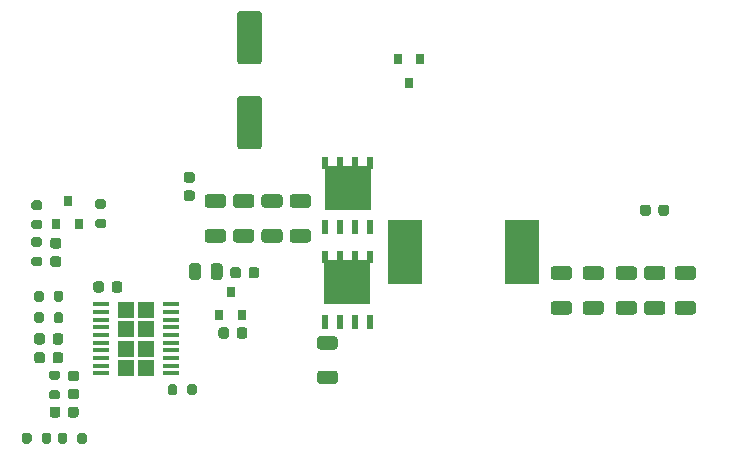
<source format=gbr>
%TF.GenerationSoftware,KiCad,Pcbnew,(5.1.8)-1*%
%TF.CreationDate,2022-03-13T17:16:43-07:00*%
%TF.ProjectId,lm5116_synchronous_buck,6c6d3531-3136-45f7-9379-6e6368726f6e,rev?*%
%TF.SameCoordinates,Original*%
%TF.FileFunction,Paste,Top*%
%TF.FilePolarity,Positive*%
%FSLAX46Y46*%
G04 Gerber Fmt 4.6, Leading zero omitted, Abs format (unit mm)*
G04 Created by KiCad (PCBNEW (5.1.8)-1) date 2022-03-13 17:16:43*
%MOMM*%
%LPD*%
G01*
G04 APERTURE LIST*
%ADD10R,0.800000X0.900000*%
%ADD11R,1.400000X1.325000*%
%ADD12R,1.450000X0.450000*%
%ADD13R,3.910000X3.810000*%
%ADD14R,0.610000X1.020000*%
%ADD15R,0.610000X1.270000*%
%ADD16R,2.900000X5.400000*%
G04 APERTURE END LIST*
%TO.C,C10*%
G36*
G01*
X132249999Y-90050000D02*
X133550001Y-90050000D01*
G75*
G02*
X133800000Y-90299999I0J-249999D01*
G01*
X133800000Y-90950001D01*
G75*
G02*
X133550001Y-91200000I-249999J0D01*
G01*
X132249999Y-91200000D01*
G75*
G02*
X132000000Y-90950001I0J249999D01*
G01*
X132000000Y-90299999D01*
G75*
G02*
X132249999Y-90050000I249999J0D01*
G01*
G37*
G36*
G01*
X132249999Y-93000000D02*
X133550001Y-93000000D01*
G75*
G02*
X133800000Y-93249999I0J-249999D01*
G01*
X133800000Y-93900001D01*
G75*
G02*
X133550001Y-94150000I-249999J0D01*
G01*
X132249999Y-94150000D01*
G75*
G02*
X132000000Y-93900001I0J249999D01*
G01*
X132000000Y-93249999D01*
G75*
G02*
X132249999Y-93000000I249999J0D01*
G01*
G37*
%TD*%
%TO.C,C9*%
G36*
G01*
X137049999Y-93000000D02*
X138350001Y-93000000D01*
G75*
G02*
X138600000Y-93249999I0J-249999D01*
G01*
X138600000Y-93900001D01*
G75*
G02*
X138350001Y-94150000I-249999J0D01*
G01*
X137049999Y-94150000D01*
G75*
G02*
X136800000Y-93900001I0J249999D01*
G01*
X136800000Y-93249999D01*
G75*
G02*
X137049999Y-93000000I249999J0D01*
G01*
G37*
G36*
G01*
X137049999Y-90050000D02*
X138350001Y-90050000D01*
G75*
G02*
X138600000Y-90299999I0J-249999D01*
G01*
X138600000Y-90950001D01*
G75*
G02*
X138350001Y-91200000I-249999J0D01*
G01*
X137049999Y-91200000D01*
G75*
G02*
X136800000Y-90950001I0J249999D01*
G01*
X136800000Y-90299999D01*
G75*
G02*
X137049999Y-90050000I249999J0D01*
G01*
G37*
%TD*%
%TO.C,C8*%
G36*
G01*
X139449999Y-93000000D02*
X140750001Y-93000000D01*
G75*
G02*
X141000000Y-93249999I0J-249999D01*
G01*
X141000000Y-93900001D01*
G75*
G02*
X140750001Y-94150000I-249999J0D01*
G01*
X139449999Y-94150000D01*
G75*
G02*
X139200000Y-93900001I0J249999D01*
G01*
X139200000Y-93249999D01*
G75*
G02*
X139449999Y-93000000I249999J0D01*
G01*
G37*
G36*
G01*
X139449999Y-90050000D02*
X140750001Y-90050000D01*
G75*
G02*
X141000000Y-90299999I0J-249999D01*
G01*
X141000000Y-90950001D01*
G75*
G02*
X140750001Y-91200000I-249999J0D01*
G01*
X139449999Y-91200000D01*
G75*
G02*
X139200000Y-90950001I0J249999D01*
G01*
X139200000Y-90299999D01*
G75*
G02*
X139449999Y-90050000I249999J0D01*
G01*
G37*
%TD*%
%TO.C,C7*%
G36*
G01*
X134649999Y-93000000D02*
X135950001Y-93000000D01*
G75*
G02*
X136200000Y-93249999I0J-249999D01*
G01*
X136200000Y-93900001D01*
G75*
G02*
X135950001Y-94150000I-249999J0D01*
G01*
X134649999Y-94150000D01*
G75*
G02*
X134400000Y-93900001I0J249999D01*
G01*
X134400000Y-93249999D01*
G75*
G02*
X134649999Y-93000000I249999J0D01*
G01*
G37*
G36*
G01*
X134649999Y-90050000D02*
X135950001Y-90050000D01*
G75*
G02*
X136200000Y-90299999I0J-249999D01*
G01*
X136200000Y-90950001D01*
G75*
G02*
X135950001Y-91200000I-249999J0D01*
G01*
X134649999Y-91200000D01*
G75*
G02*
X134400000Y-90950001I0J249999D01*
G01*
X134400000Y-90299999D01*
G75*
G02*
X134649999Y-90050000I249999J0D01*
G01*
G37*
%TD*%
%TO.C,C4*%
G36*
G01*
X136600001Y-79050000D02*
X134999999Y-79050000D01*
G75*
G02*
X134750000Y-78800001I0J249999D01*
G01*
X134750000Y-74799999D01*
G75*
G02*
X134999999Y-74550000I249999J0D01*
G01*
X136600001Y-74550000D01*
G75*
G02*
X136850000Y-74799999I0J-249999D01*
G01*
X136850000Y-78800001D01*
G75*
G02*
X136600001Y-79050000I-249999J0D01*
G01*
G37*
G36*
G01*
X136600001Y-86250000D02*
X134999999Y-86250000D01*
G75*
G02*
X134750000Y-86000001I0J249999D01*
G01*
X134750000Y-81999999D01*
G75*
G02*
X134999999Y-81750000I249999J0D01*
G01*
X136600001Y-81750000D01*
G75*
G02*
X136850000Y-81999999I0J-249999D01*
G01*
X136850000Y-86000001D01*
G75*
G02*
X136600001Y-86250000I-249999J0D01*
G01*
G37*
%TD*%
D10*
%TO.C,D3*%
X149300000Y-80600000D03*
X148350000Y-78600000D03*
X150250000Y-78600000D03*
%TD*%
%TO.C,C20*%
G36*
G01*
X170425000Y-91650000D02*
X170425000Y-91150000D01*
G75*
G02*
X170650000Y-90925000I225000J0D01*
G01*
X171100000Y-90925000D01*
G75*
G02*
X171325000Y-91150000I0J-225000D01*
G01*
X171325000Y-91650000D01*
G75*
G02*
X171100000Y-91875000I-225000J0D01*
G01*
X170650000Y-91875000D01*
G75*
G02*
X170425000Y-91650000I0J225000D01*
G01*
G37*
G36*
G01*
X168875000Y-91650000D02*
X168875000Y-91150000D01*
G75*
G02*
X169100000Y-90925000I225000J0D01*
G01*
X169550000Y-90925000D01*
G75*
G02*
X169775000Y-91150000I0J-225000D01*
G01*
X169775000Y-91650000D01*
G75*
G02*
X169550000Y-91875000I-225000J0D01*
G01*
X169100000Y-91875000D01*
G75*
G02*
X168875000Y-91650000I0J225000D01*
G01*
G37*
%TD*%
%TO.C,C12*%
G36*
G01*
X130950000Y-89075000D02*
X130450000Y-89075000D01*
G75*
G02*
X130225000Y-88850000I0J225000D01*
G01*
X130225000Y-88400000D01*
G75*
G02*
X130450000Y-88175000I225000J0D01*
G01*
X130950000Y-88175000D01*
G75*
G02*
X131175000Y-88400000I0J-225000D01*
G01*
X131175000Y-88850000D01*
G75*
G02*
X130950000Y-89075000I-225000J0D01*
G01*
G37*
G36*
G01*
X130950000Y-90625000D02*
X130450000Y-90625000D01*
G75*
G02*
X130225000Y-90400000I0J225000D01*
G01*
X130225000Y-89950000D01*
G75*
G02*
X130450000Y-89725000I225000J0D01*
G01*
X130950000Y-89725000D01*
G75*
G02*
X131175000Y-89950000I0J-225000D01*
G01*
X131175000Y-90400000D01*
G75*
G02*
X130950000Y-90625000I-225000J0D01*
G01*
G37*
%TD*%
%TO.C,C3*%
G36*
G01*
X121150000Y-105875000D02*
X120650000Y-105875000D01*
G75*
G02*
X120425000Y-105650000I0J225000D01*
G01*
X120425000Y-105200000D01*
G75*
G02*
X120650000Y-104975000I225000J0D01*
G01*
X121150000Y-104975000D01*
G75*
G02*
X121375000Y-105200000I0J-225000D01*
G01*
X121375000Y-105650000D01*
G75*
G02*
X121150000Y-105875000I-225000J0D01*
G01*
G37*
G36*
G01*
X121150000Y-107425000D02*
X120650000Y-107425000D01*
G75*
G02*
X120425000Y-107200000I0J225000D01*
G01*
X120425000Y-106750000D01*
G75*
G02*
X120650000Y-106525000I225000J0D01*
G01*
X121150000Y-106525000D01*
G75*
G02*
X121375000Y-106750000I0J-225000D01*
G01*
X121375000Y-107200000D01*
G75*
G02*
X121150000Y-107425000I-225000J0D01*
G01*
G37*
%TD*%
%TO.C,C11*%
G36*
G01*
X135725000Y-96950000D02*
X135725000Y-96450000D01*
G75*
G02*
X135950000Y-96225000I225000J0D01*
G01*
X136400000Y-96225000D01*
G75*
G02*
X136625000Y-96450000I0J-225000D01*
G01*
X136625000Y-96950000D01*
G75*
G02*
X136400000Y-97175000I-225000J0D01*
G01*
X135950000Y-97175000D01*
G75*
G02*
X135725000Y-96950000I0J225000D01*
G01*
G37*
G36*
G01*
X134175000Y-96950000D02*
X134175000Y-96450000D01*
G75*
G02*
X134400000Y-96225000I225000J0D01*
G01*
X134850000Y-96225000D01*
G75*
G02*
X135075000Y-96450000I0J-225000D01*
G01*
X135075000Y-96950000D01*
G75*
G02*
X134850000Y-97175000I-225000J0D01*
G01*
X134400000Y-97175000D01*
G75*
G02*
X134175000Y-96950000I0J225000D01*
G01*
G37*
%TD*%
%TO.C,C1*%
G36*
G01*
X119150000Y-95300000D02*
X119650000Y-95300000D01*
G75*
G02*
X119875000Y-95525000I0J-225000D01*
G01*
X119875000Y-95975000D01*
G75*
G02*
X119650000Y-96200000I-225000J0D01*
G01*
X119150000Y-96200000D01*
G75*
G02*
X118925000Y-95975000I0J225000D01*
G01*
X118925000Y-95525000D01*
G75*
G02*
X119150000Y-95300000I225000J0D01*
G01*
G37*
G36*
G01*
X119150000Y-93750000D02*
X119650000Y-93750000D01*
G75*
G02*
X119875000Y-93975000I0J-225000D01*
G01*
X119875000Y-94425000D01*
G75*
G02*
X119650000Y-94650000I-225000J0D01*
G01*
X119150000Y-94650000D01*
G75*
G02*
X118925000Y-94425000I0J225000D01*
G01*
X118925000Y-93975000D01*
G75*
G02*
X119150000Y-93750000I225000J0D01*
G01*
G37*
%TD*%
%TO.C,C6*%
G36*
G01*
X118475000Y-103650000D02*
X118475000Y-104150000D01*
G75*
G02*
X118250000Y-104375000I-225000J0D01*
G01*
X117800000Y-104375000D01*
G75*
G02*
X117575000Y-104150000I0J225000D01*
G01*
X117575000Y-103650000D01*
G75*
G02*
X117800000Y-103425000I225000J0D01*
G01*
X118250000Y-103425000D01*
G75*
G02*
X118475000Y-103650000I0J-225000D01*
G01*
G37*
G36*
G01*
X120025000Y-103650000D02*
X120025000Y-104150000D01*
G75*
G02*
X119800000Y-104375000I-225000J0D01*
G01*
X119350000Y-104375000D01*
G75*
G02*
X119125000Y-104150000I0J225000D01*
G01*
X119125000Y-103650000D01*
G75*
G02*
X119350000Y-103425000I225000J0D01*
G01*
X119800000Y-103425000D01*
G75*
G02*
X120025000Y-103650000I0J-225000D01*
G01*
G37*
%TD*%
%TO.C,R1*%
G36*
G01*
X117525000Y-92225000D02*
X118075000Y-92225000D01*
G75*
G02*
X118275000Y-92425000I0J-200000D01*
G01*
X118275000Y-92825000D01*
G75*
G02*
X118075000Y-93025000I-200000J0D01*
G01*
X117525000Y-93025000D01*
G75*
G02*
X117325000Y-92825000I0J200000D01*
G01*
X117325000Y-92425000D01*
G75*
G02*
X117525000Y-92225000I200000J0D01*
G01*
G37*
G36*
G01*
X117525000Y-90575000D02*
X118075000Y-90575000D01*
G75*
G02*
X118275000Y-90775000I0J-200000D01*
G01*
X118275000Y-91175000D01*
G75*
G02*
X118075000Y-91375000I-200000J0D01*
G01*
X117525000Y-91375000D01*
G75*
G02*
X117325000Y-91175000I0J200000D01*
G01*
X117325000Y-90775000D01*
G75*
G02*
X117525000Y-90575000I200000J0D01*
G01*
G37*
%TD*%
%TO.C,C5*%
G36*
G01*
X119775000Y-108250000D02*
X119775000Y-108750000D01*
G75*
G02*
X119550000Y-108975000I-225000J0D01*
G01*
X119100000Y-108975000D01*
G75*
G02*
X118875000Y-108750000I0J225000D01*
G01*
X118875000Y-108250000D01*
G75*
G02*
X119100000Y-108025000I225000J0D01*
G01*
X119550000Y-108025000D01*
G75*
G02*
X119775000Y-108250000I0J-225000D01*
G01*
G37*
G36*
G01*
X121325000Y-108250000D02*
X121325000Y-108750000D01*
G75*
G02*
X121100000Y-108975000I-225000J0D01*
G01*
X120650000Y-108975000D01*
G75*
G02*
X120425000Y-108750000I0J225000D01*
G01*
X120425000Y-108250000D01*
G75*
G02*
X120650000Y-108025000I225000J0D01*
G01*
X121100000Y-108025000D01*
G75*
G02*
X121325000Y-108250000I0J-225000D01*
G01*
G37*
%TD*%
%TO.C,R2*%
G36*
G01*
X117525000Y-95350000D02*
X118075000Y-95350000D01*
G75*
G02*
X118275000Y-95550000I0J-200000D01*
G01*
X118275000Y-95950000D01*
G75*
G02*
X118075000Y-96150000I-200000J0D01*
G01*
X117525000Y-96150000D01*
G75*
G02*
X117325000Y-95950000I0J200000D01*
G01*
X117325000Y-95550000D01*
G75*
G02*
X117525000Y-95350000I200000J0D01*
G01*
G37*
G36*
G01*
X117525000Y-93700000D02*
X118075000Y-93700000D01*
G75*
G02*
X118275000Y-93900000I0J-200000D01*
G01*
X118275000Y-94300000D01*
G75*
G02*
X118075000Y-94500000I-200000J0D01*
G01*
X117525000Y-94500000D01*
G75*
G02*
X117325000Y-94300000I0J200000D01*
G01*
X117325000Y-93900000D01*
G75*
G02*
X117525000Y-93700000I200000J0D01*
G01*
G37*
%TD*%
%TO.C,C19*%
G36*
G01*
X123475000Y-97650000D02*
X123475000Y-98150000D01*
G75*
G02*
X123250000Y-98375000I-225000J0D01*
G01*
X122800000Y-98375000D01*
G75*
G02*
X122575000Y-98150000I0J225000D01*
G01*
X122575000Y-97650000D01*
G75*
G02*
X122800000Y-97425000I225000J0D01*
G01*
X123250000Y-97425000D01*
G75*
G02*
X123475000Y-97650000I0J-225000D01*
G01*
G37*
G36*
G01*
X125025000Y-97650000D02*
X125025000Y-98150000D01*
G75*
G02*
X124800000Y-98375000I-225000J0D01*
G01*
X124350000Y-98375000D01*
G75*
G02*
X124125000Y-98150000I0J225000D01*
G01*
X124125000Y-97650000D01*
G75*
G02*
X124350000Y-97425000I225000J0D01*
G01*
X124800000Y-97425000D01*
G75*
G02*
X125025000Y-97650000I0J-225000D01*
G01*
G37*
%TD*%
%TO.C,C13*%
G36*
G01*
X134725000Y-102050000D02*
X134725000Y-101550000D01*
G75*
G02*
X134950000Y-101325000I225000J0D01*
G01*
X135400000Y-101325000D01*
G75*
G02*
X135625000Y-101550000I0J-225000D01*
G01*
X135625000Y-102050000D01*
G75*
G02*
X135400000Y-102275000I-225000J0D01*
G01*
X134950000Y-102275000D01*
G75*
G02*
X134725000Y-102050000I0J225000D01*
G01*
G37*
G36*
G01*
X133175000Y-102050000D02*
X133175000Y-101550000D01*
G75*
G02*
X133400000Y-101325000I225000J0D01*
G01*
X133850000Y-101325000D01*
G75*
G02*
X134075000Y-101550000I0J-225000D01*
G01*
X134075000Y-102050000D01*
G75*
G02*
X133850000Y-102275000I-225000J0D01*
G01*
X133400000Y-102275000D01*
G75*
G02*
X133175000Y-102050000I0J225000D01*
G01*
G37*
%TD*%
%TO.C,R3*%
G36*
G01*
X119575000Y-105775000D02*
X119025000Y-105775000D01*
G75*
G02*
X118825000Y-105575000I0J200000D01*
G01*
X118825000Y-105175000D01*
G75*
G02*
X119025000Y-104975000I200000J0D01*
G01*
X119575000Y-104975000D01*
G75*
G02*
X119775000Y-105175000I0J-200000D01*
G01*
X119775000Y-105575000D01*
G75*
G02*
X119575000Y-105775000I-200000J0D01*
G01*
G37*
G36*
G01*
X119575000Y-107425000D02*
X119025000Y-107425000D01*
G75*
G02*
X118825000Y-107225000I0J200000D01*
G01*
X118825000Y-106825000D01*
G75*
G02*
X119025000Y-106625000I200000J0D01*
G01*
X119575000Y-106625000D01*
G75*
G02*
X119775000Y-106825000I0J-200000D01*
G01*
X119775000Y-107225000D01*
G75*
G02*
X119575000Y-107425000I-200000J0D01*
G01*
G37*
%TD*%
%TO.C,C2*%
G36*
G01*
X119125000Y-102550000D02*
X119125000Y-102050000D01*
G75*
G02*
X119350000Y-101825000I225000J0D01*
G01*
X119800000Y-101825000D01*
G75*
G02*
X120025000Y-102050000I0J-225000D01*
G01*
X120025000Y-102550000D01*
G75*
G02*
X119800000Y-102775000I-225000J0D01*
G01*
X119350000Y-102775000D01*
G75*
G02*
X119125000Y-102550000I0J225000D01*
G01*
G37*
G36*
G01*
X117575000Y-102550000D02*
X117575000Y-102050000D01*
G75*
G02*
X117800000Y-101825000I225000J0D01*
G01*
X118250000Y-101825000D01*
G75*
G02*
X118475000Y-102050000I0J-225000D01*
G01*
X118475000Y-102550000D01*
G75*
G02*
X118250000Y-102775000I-225000J0D01*
G01*
X117800000Y-102775000D01*
G75*
G02*
X117575000Y-102550000I0J225000D01*
G01*
G37*
%TD*%
%TO.C,R7*%
G36*
G01*
X130525000Y-106875000D02*
X130525000Y-106325000D01*
G75*
G02*
X130725000Y-106125000I200000J0D01*
G01*
X131125000Y-106125000D01*
G75*
G02*
X131325000Y-106325000I0J-200000D01*
G01*
X131325000Y-106875000D01*
G75*
G02*
X131125000Y-107075000I-200000J0D01*
G01*
X130725000Y-107075000D01*
G75*
G02*
X130525000Y-106875000I0J200000D01*
G01*
G37*
G36*
G01*
X128875000Y-106875000D02*
X128875000Y-106325000D01*
G75*
G02*
X129075000Y-106125000I200000J0D01*
G01*
X129475000Y-106125000D01*
G75*
G02*
X129675000Y-106325000I0J-200000D01*
G01*
X129675000Y-106875000D01*
G75*
G02*
X129475000Y-107075000I-200000J0D01*
G01*
X129075000Y-107075000D01*
G75*
G02*
X128875000Y-106875000I0J200000D01*
G01*
G37*
%TD*%
%TO.C,R6*%
G36*
G01*
X123475000Y-91275000D02*
X122925000Y-91275000D01*
G75*
G02*
X122725000Y-91075000I0J200000D01*
G01*
X122725000Y-90675000D01*
G75*
G02*
X122925000Y-90475000I200000J0D01*
G01*
X123475000Y-90475000D01*
G75*
G02*
X123675000Y-90675000I0J-200000D01*
G01*
X123675000Y-91075000D01*
G75*
G02*
X123475000Y-91275000I-200000J0D01*
G01*
G37*
G36*
G01*
X123475000Y-92925000D02*
X122925000Y-92925000D01*
G75*
G02*
X122725000Y-92725000I0J200000D01*
G01*
X122725000Y-92325000D01*
G75*
G02*
X122925000Y-92125000I200000J0D01*
G01*
X123475000Y-92125000D01*
G75*
G02*
X123675000Y-92325000I0J-200000D01*
G01*
X123675000Y-92725000D01*
G75*
G02*
X123475000Y-92925000I-200000J0D01*
G01*
G37*
%TD*%
%TO.C,R5*%
G36*
G01*
X118375000Y-98425000D02*
X118375000Y-98975000D01*
G75*
G02*
X118175000Y-99175000I-200000J0D01*
G01*
X117775000Y-99175000D01*
G75*
G02*
X117575000Y-98975000I0J200000D01*
G01*
X117575000Y-98425000D01*
G75*
G02*
X117775000Y-98225000I200000J0D01*
G01*
X118175000Y-98225000D01*
G75*
G02*
X118375000Y-98425000I0J-200000D01*
G01*
G37*
G36*
G01*
X120025000Y-98425000D02*
X120025000Y-98975000D01*
G75*
G02*
X119825000Y-99175000I-200000J0D01*
G01*
X119425000Y-99175000D01*
G75*
G02*
X119225000Y-98975000I0J200000D01*
G01*
X119225000Y-98425000D01*
G75*
G02*
X119425000Y-98225000I200000J0D01*
G01*
X119825000Y-98225000D01*
G75*
G02*
X120025000Y-98425000I0J-200000D01*
G01*
G37*
%TD*%
D11*
%TO.C,U1*%
X125350000Y-104737500D03*
X127050000Y-104737500D03*
X125350000Y-103112500D03*
X127050000Y-103112500D03*
X125350000Y-101487500D03*
X127050000Y-101487500D03*
X127050000Y-99862500D03*
X125350000Y-99862500D03*
D12*
X129150000Y-99380000D03*
X129150000Y-100030000D03*
X129150000Y-100680000D03*
X129150000Y-101330000D03*
X129150000Y-101970000D03*
X129150000Y-102630000D03*
X129150000Y-103270000D03*
X129150000Y-103920000D03*
X129150000Y-104570000D03*
X129150000Y-105220000D03*
X123250000Y-105220000D03*
X123250000Y-104570000D03*
X123250000Y-103920000D03*
X123250000Y-103270000D03*
X123250000Y-102630000D03*
X123250000Y-101970000D03*
X123250000Y-101330000D03*
X123250000Y-100680000D03*
X123250000Y-100030000D03*
X123250000Y-99380000D03*
%TD*%
%TO.C,R4*%
G36*
G01*
X119225000Y-100775000D02*
X119225000Y-100225000D01*
G75*
G02*
X119425000Y-100025000I200000J0D01*
G01*
X119825000Y-100025000D01*
G75*
G02*
X120025000Y-100225000I0J-200000D01*
G01*
X120025000Y-100775000D01*
G75*
G02*
X119825000Y-100975000I-200000J0D01*
G01*
X119425000Y-100975000D01*
G75*
G02*
X119225000Y-100775000I0J200000D01*
G01*
G37*
G36*
G01*
X117575000Y-100775000D02*
X117575000Y-100225000D01*
G75*
G02*
X117775000Y-100025000I200000J0D01*
G01*
X118175000Y-100025000D01*
G75*
G02*
X118375000Y-100225000I0J-200000D01*
G01*
X118375000Y-100775000D01*
G75*
G02*
X118175000Y-100975000I-200000J0D01*
G01*
X117775000Y-100975000D01*
G75*
G02*
X117575000Y-100775000I0J200000D01*
G01*
G37*
%TD*%
D10*
%TO.C,D1*%
X120400000Y-90600000D03*
X121350000Y-92600000D03*
X119450000Y-92600000D03*
%TD*%
%TO.C,R8*%
G36*
G01*
X131700000Y-96149998D02*
X131700000Y-97050002D01*
G75*
G02*
X131450002Y-97300000I-249998J0D01*
G01*
X130924998Y-97300000D01*
G75*
G02*
X130675000Y-97050002I0J249998D01*
G01*
X130675000Y-96149998D01*
G75*
G02*
X130924998Y-95900000I249998J0D01*
G01*
X131450002Y-95900000D01*
G75*
G02*
X131700000Y-96149998I0J-249998D01*
G01*
G37*
G36*
G01*
X133525000Y-96149998D02*
X133525000Y-97050002D01*
G75*
G02*
X133275002Y-97300000I-249998J0D01*
G01*
X132749998Y-97300000D01*
G75*
G02*
X132500000Y-97050002I0J249998D01*
G01*
X132500000Y-96149998D01*
G75*
G02*
X132749998Y-95900000I249998J0D01*
G01*
X133275002Y-95900000D01*
G75*
G02*
X133525000Y-96149998I0J-249998D01*
G01*
G37*
%TD*%
%TO.C,D2*%
X134200000Y-98300000D03*
X135150000Y-100300000D03*
X133250000Y-100300000D03*
%TD*%
%TO.C,R11*%
G36*
G01*
X117350000Y-110425000D02*
X117350000Y-110975000D01*
G75*
G02*
X117150000Y-111175000I-200000J0D01*
G01*
X116750000Y-111175000D01*
G75*
G02*
X116550000Y-110975000I0J200000D01*
G01*
X116550000Y-110425000D01*
G75*
G02*
X116750000Y-110225000I200000J0D01*
G01*
X117150000Y-110225000D01*
G75*
G02*
X117350000Y-110425000I0J-200000D01*
G01*
G37*
G36*
G01*
X119000000Y-110425000D02*
X119000000Y-110975000D01*
G75*
G02*
X118800000Y-111175000I-200000J0D01*
G01*
X118400000Y-111175000D01*
G75*
G02*
X118200000Y-110975000I0J200000D01*
G01*
X118200000Y-110425000D01*
G75*
G02*
X118400000Y-110225000I200000J0D01*
G01*
X118800000Y-110225000D01*
G75*
G02*
X119000000Y-110425000I0J-200000D01*
G01*
G37*
%TD*%
%TO.C,R10*%
G36*
G01*
X120362500Y-110425000D02*
X120362500Y-110975000D01*
G75*
G02*
X120162500Y-111175000I-200000J0D01*
G01*
X119762500Y-111175000D01*
G75*
G02*
X119562500Y-110975000I0J200000D01*
G01*
X119562500Y-110425000D01*
G75*
G02*
X119762500Y-110225000I200000J0D01*
G01*
X120162500Y-110225000D01*
G75*
G02*
X120362500Y-110425000I0J-200000D01*
G01*
G37*
G36*
G01*
X122012500Y-110425000D02*
X122012500Y-110975000D01*
G75*
G02*
X121812500Y-111175000I-200000J0D01*
G01*
X121412500Y-111175000D01*
G75*
G02*
X121212500Y-110975000I0J200000D01*
G01*
X121212500Y-110425000D01*
G75*
G02*
X121412500Y-110225000I200000J0D01*
G01*
X121812500Y-110225000D01*
G75*
G02*
X122012500Y-110425000I0J-200000D01*
G01*
G37*
%TD*%
D13*
%TO.C,U3*%
X144065000Y-97505000D03*
D14*
X142160000Y-95400000D03*
X143430000Y-95400000D03*
X144700000Y-95400000D03*
X145970000Y-95400000D03*
D15*
X145970000Y-100865000D03*
X144700000Y-100865000D03*
X143430000Y-100865000D03*
X142160000Y-100865000D03*
%TD*%
D13*
%TO.C,U2*%
X144100000Y-89500000D03*
D14*
X142195000Y-87395000D03*
X143465000Y-87395000D03*
X144735000Y-87395000D03*
X146005000Y-87395000D03*
D15*
X146005000Y-92860000D03*
X144735000Y-92860000D03*
X143465000Y-92860000D03*
X142195000Y-92860000D03*
%TD*%
%TO.C,R9*%
G36*
G01*
X143025003Y-103200000D02*
X141774997Y-103200000D01*
G75*
G02*
X141525000Y-102950003I0J249997D01*
G01*
X141525000Y-102324997D01*
G75*
G02*
X141774997Y-102075000I249997J0D01*
G01*
X143025003Y-102075000D01*
G75*
G02*
X143275000Y-102324997I0J-249997D01*
G01*
X143275000Y-102950003D01*
G75*
G02*
X143025003Y-103200000I-249997J0D01*
G01*
G37*
G36*
G01*
X143025003Y-106125000D02*
X141774997Y-106125000D01*
G75*
G02*
X141525000Y-105875003I0J249997D01*
G01*
X141525000Y-105249997D01*
G75*
G02*
X141774997Y-105000000I249997J0D01*
G01*
X143025003Y-105000000D01*
G75*
G02*
X143275000Y-105249997I0J-249997D01*
G01*
X143275000Y-105875003D01*
G75*
G02*
X143025003Y-106125000I-249997J0D01*
G01*
G37*
%TD*%
D16*
%TO.C,L1*%
X158850000Y-94900000D03*
X148950000Y-94900000D03*
%TD*%
%TO.C,C18*%
G36*
G01*
X169449999Y-99100000D02*
X170750001Y-99100000D01*
G75*
G02*
X171000000Y-99349999I0J-249999D01*
G01*
X171000000Y-100000001D01*
G75*
G02*
X170750001Y-100250000I-249999J0D01*
G01*
X169449999Y-100250000D01*
G75*
G02*
X169200000Y-100000001I0J249999D01*
G01*
X169200000Y-99349999D01*
G75*
G02*
X169449999Y-99100000I249999J0D01*
G01*
G37*
G36*
G01*
X169449999Y-96150000D02*
X170750001Y-96150000D01*
G75*
G02*
X171000000Y-96399999I0J-249999D01*
G01*
X171000000Y-97050001D01*
G75*
G02*
X170750001Y-97300000I-249999J0D01*
G01*
X169449999Y-97300000D01*
G75*
G02*
X169200000Y-97050001I0J249999D01*
G01*
X169200000Y-96399999D01*
G75*
G02*
X169449999Y-96150000I249999J0D01*
G01*
G37*
%TD*%
%TO.C,C17*%
G36*
G01*
X167049999Y-99100000D02*
X168350001Y-99100000D01*
G75*
G02*
X168600000Y-99349999I0J-249999D01*
G01*
X168600000Y-100000001D01*
G75*
G02*
X168350001Y-100250000I-249999J0D01*
G01*
X167049999Y-100250000D01*
G75*
G02*
X166800000Y-100000001I0J249999D01*
G01*
X166800000Y-99349999D01*
G75*
G02*
X167049999Y-99100000I249999J0D01*
G01*
G37*
G36*
G01*
X167049999Y-96150000D02*
X168350001Y-96150000D01*
G75*
G02*
X168600000Y-96399999I0J-249999D01*
G01*
X168600000Y-97050001D01*
G75*
G02*
X168350001Y-97300000I-249999J0D01*
G01*
X167049999Y-97300000D01*
G75*
G02*
X166800000Y-97050001I0J249999D01*
G01*
X166800000Y-96399999D01*
G75*
G02*
X167049999Y-96150000I249999J0D01*
G01*
G37*
%TD*%
%TO.C,C16*%
G36*
G01*
X161549999Y-99100000D02*
X162850001Y-99100000D01*
G75*
G02*
X163100000Y-99349999I0J-249999D01*
G01*
X163100000Y-100000001D01*
G75*
G02*
X162850001Y-100250000I-249999J0D01*
G01*
X161549999Y-100250000D01*
G75*
G02*
X161300000Y-100000001I0J249999D01*
G01*
X161300000Y-99349999D01*
G75*
G02*
X161549999Y-99100000I249999J0D01*
G01*
G37*
G36*
G01*
X161549999Y-96150000D02*
X162850001Y-96150000D01*
G75*
G02*
X163100000Y-96399999I0J-249999D01*
G01*
X163100000Y-97050001D01*
G75*
G02*
X162850001Y-97300000I-249999J0D01*
G01*
X161549999Y-97300000D01*
G75*
G02*
X161300000Y-97050001I0J249999D01*
G01*
X161300000Y-96399999D01*
G75*
G02*
X161549999Y-96150000I249999J0D01*
G01*
G37*
%TD*%
%TO.C,C15*%
G36*
G01*
X172049999Y-99100000D02*
X173350001Y-99100000D01*
G75*
G02*
X173600000Y-99349999I0J-249999D01*
G01*
X173600000Y-100000001D01*
G75*
G02*
X173350001Y-100250000I-249999J0D01*
G01*
X172049999Y-100250000D01*
G75*
G02*
X171800000Y-100000001I0J249999D01*
G01*
X171800000Y-99349999D01*
G75*
G02*
X172049999Y-99100000I249999J0D01*
G01*
G37*
G36*
G01*
X172049999Y-96150000D02*
X173350001Y-96150000D01*
G75*
G02*
X173600000Y-96399999I0J-249999D01*
G01*
X173600000Y-97050001D01*
G75*
G02*
X173350001Y-97300000I-249999J0D01*
G01*
X172049999Y-97300000D01*
G75*
G02*
X171800000Y-97050001I0J249999D01*
G01*
X171800000Y-96399999D01*
G75*
G02*
X172049999Y-96150000I249999J0D01*
G01*
G37*
%TD*%
%TO.C,C14*%
G36*
G01*
X164249999Y-99100000D02*
X165550001Y-99100000D01*
G75*
G02*
X165800000Y-99349999I0J-249999D01*
G01*
X165800000Y-100000001D01*
G75*
G02*
X165550001Y-100250000I-249999J0D01*
G01*
X164249999Y-100250000D01*
G75*
G02*
X164000000Y-100000001I0J249999D01*
G01*
X164000000Y-99349999D01*
G75*
G02*
X164249999Y-99100000I249999J0D01*
G01*
G37*
G36*
G01*
X164249999Y-96150000D02*
X165550001Y-96150000D01*
G75*
G02*
X165800000Y-96399999I0J-249999D01*
G01*
X165800000Y-97050001D01*
G75*
G02*
X165550001Y-97300000I-249999J0D01*
G01*
X164249999Y-97300000D01*
G75*
G02*
X164000000Y-97050001I0J249999D01*
G01*
X164000000Y-96399999D01*
G75*
G02*
X164249999Y-96150000I249999J0D01*
G01*
G37*
%TD*%
M02*

</source>
